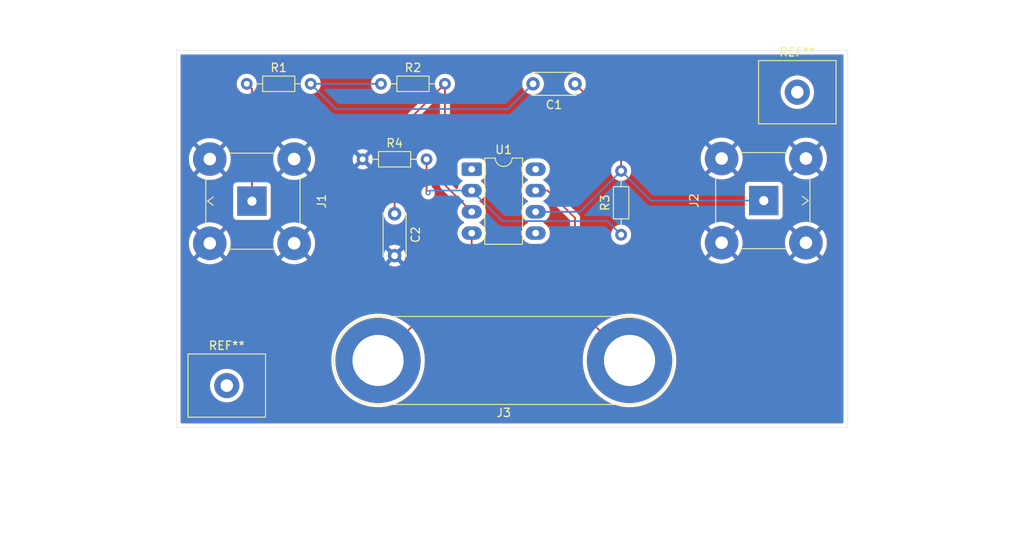
<source format=kicad_pcb>
(kicad_pcb (version 20241229) (generator "pcbnew") (generator_version "9.0")
  (layers (0 "F.Cu" signal) (2 "B.Cu" signal) (13 "F.Paste" user) (15 "B.Paste" user) (5 "F.SilkS" user "F.Silkscreen") (7 "B.SilkS" user "B.Silkscreen") (1 "F.Mask" user) (3 "B.Mask" user) (25 "Edge.Cuts" user))
  (net 0 "")
  (net 1 "Net-(C1-Pad2)")
  (net 2 "Net-(J2-In)")
  (net 3 "Net-(U1-+)")
  (net 4 "GND")
  (net 5 "Net-(J1-In)")
  (net 6 "Net-(U1--)")
  (net 8 "-10V")
  (net 10 "+10V")
  (footprint "Resistor_THT:R_Axial_DIN0204_L3.6mm_D1.6mm_P7.62mm_Horizontal" (layer "F.Cu") (at 132.19 88)
    (property "Reference" "R4" (at 3.81 -1.92 0) (layer "F.SilkS"))
    (property "Value" "R")
    (fp_line (start 0.94 0) (end 1.89 0) (stroke (width 0.12)) (layer "F.SilkS"))
    (fp_line (start 6.68 0) (end 5.73 0) (stroke (width 0.12)) (layer "F.SilkS"))
    (fp_rect (start 1.89 -0.92) (end 5.73 0.92) (stroke (width 0.12)) (fill no) (layer "F.SilkS"))
    (pad "1" thru_hole circle (at 0 0) (size 1.4 1.4) (drill 0.7) (layers "*.Cu" "*.Mask") (net 4 "GND"))
    (pad "2" thru_hole circle (at 7.62 0) (size 1.4 1.4) (drill 0.7) (layers "*.Cu" "*.Mask") (net 6 "Net-(U1--)"))
  )
  (footprint "Resistor_THT:R_Axial_DIN0204_L3.6mm_D1.6mm_P7.62mm_Horizontal" (layer "F.Cu") (at 118.38 79)
    (property "Reference" "R1" (at 3.81 -1.92 0) (layer "F.SilkS"))
    (property "Value" "R")
    (fp_line (start 0.94 0) (end 1.89 0) (stroke (width 0.12)) (layer "F.SilkS"))
    (fp_line (start 6.68 0) (end 5.73 0) (stroke (width 0.12)) (layer "F.SilkS"))
    (fp_rect (start 1.89 -0.92) (end 5.73 0.92) (stroke (width 0.12)) (fill no) (layer "F.SilkS"))
    (pad "1" thru_hole circle (at 0 0) (size 1.4 1.4) (drill 0.7) (layers "*.Cu" "*.Mask") (net 5 "Net-(J1-In)"))
    (pad "2" thru_hole circle (at 7.62 0) (size 1.4 1.4) (drill 0.7) (layers "*.Cu" "*.Mask") (net 1 "Net-(C1-Pad2)"))
  )
  (footprint "Connector_Coaxial:BNC_TEConnectivity_1478035_Horizontal" (layer "F.Cu") (at 180 92.935 -90)
    (property "Reference" "J2" (at 0 8.3 90) (layer "F.SilkS"))
    (property "Value" "Conn_Coaxial")
    (fp_line (start -2.825 5.73) (end 2.825 5.73) (stroke (width 0.12)) (layer "F.SilkS"))
    (fp_line (start 5.73 2.825) (end 5.73 -2.825) (stroke (width 0.12)) (layer "F.SilkS"))
    (fp_line (start -5.73 -2.825) (end -5.73 2.825) (stroke (width 0.12)) (layer "F.SilkS"))
    (fp_line (start 0 -5.3) (end -0.5 -4.6) (stroke (width 0.12)) (layer "F.SilkS"))
    (fp_line (start 0 -5.3) (end 0.5 -4.6) (stroke (width 0.12)) (layer "F.SilkS"))
    (fp_line (start 2.825 -5.5) (end -2.825 -5.5) (stroke (width 0.12)) (layer "F.SilkS"))
    (pad "1" thru_hole rect (at 0 0 270) (size 3.5 3.5) (drill 1.1) (layers "*.Cu" "*.Mask") (net 2 "Net-(J2-In)"))
    (pad "2" thru_hole circle (at -5.025 -5.025 270) (size 4 4) (drill 1.5) (layers "*.Cu" "*.Mask") (net 4 "GND"))
    (pad "2" thru_hole circle (at -5.025 5.025 270) (size 4 4) (drill 1.5) (layers "*.Cu" "*.Mask") (net 4 "GND"))
    (pad "2" thru_hole circle (at 5.025 -5.025 270) (size 4 4) (drill 1.5) (layers "*.Cu" "*.Mask") (net 4 "GND"))
    (pad "2" thru_hole circle (at 5.025 5.025 270) (size 4 4) (drill 1.5) (layers "*.Cu" "*.Mask") (net 4 "GND"))
  )
  (footprint "TerminalBlock_MetzConnect:TerminalBlock_MetzConnect_360271_1x01_Horizontal_ScrewM3.0_Boxed" (layer "F.Cu") (at 116 115)
    (property "Reference" "REF**" (at 0 -4.77 0) (layer "F.SilkS"))
    (property "Value" "TerminalBlock_MetzConnect_360271_1x01_Horizontal_ScrewM3.0_Boxed")
    (fp_line (start -4.62 -3.77) (end -4.62 3.77) (stroke (width 0.12)) (layer "F.SilkS"))
    (fp_line (start -4.62 -3.77) (end 4.62 -3.77) (stroke (width 0.12)) (layer "F.SilkS"))
    (fp_line (start -4.62 3.77) (end 4.62 3.77) (stroke (width 0.12)) (layer "F.SilkS"))
    (fp_line (start 4.62 -3.77) (end 4.62 3.77) (stroke (width 0.12)) (layer "F.SilkS"))
    (pad "1" thru_hole circle (at 0 0) (size 3 3) (drill 1.5) (layers "*.Cu" "*.Mask"))
  )
  (footprint "Resistor_THT:R_Axial_DIN0204_L3.6mm_D1.6mm_P7.62mm_Horizontal" (layer "F.Cu") (at 134.38 79)
    (property "Reference" "R2" (at 3.81 -1.92 0) (layer "F.SilkS"))
    (property "Value" "R")
    (fp_line (start 0.94 0) (end 1.89 0) (stroke (width 0.12)) (layer "F.SilkS"))
    (fp_line (start 6.68 0) (end 5.73 0) (stroke (width 0.12)) (layer "F.SilkS"))
    (fp_rect (start 1.89 -0.92) (end 5.73 0.92) (stroke (width 0.12)) (fill no) (layer "F.SilkS"))
    (pad "1" thru_hole circle (at 0 0) (size 1.4 1.4) (drill 0.7) (layers "*.Cu" "*.Mask") (net 1 "Net-(C1-Pad2)"))
    (pad "2" thru_hole circle (at 7.62 0) (size 1.4 1.4) (drill 0.7) (layers "*.Cu" "*.Mask") (net 3 "Net-(U1-+)"))
  )
  (footprint "Capacitor_THT:C_Disc_D5.0mm_W2.5mm_P5.00mm" (layer "F.Cu") (at 136 94.5 -90)
    (property "Reference" "C2" (at 2.5 -2.5 90) (layer "F.SilkS"))
    (property "Value" "C")
    (fp_line (start -0.12 1.37) (end 5.12 1.37) (stroke (width 0.12)) (layer "F.SilkS"))
    (fp_line (start -0.12 1.033) (end -0.12 1.37) (stroke (width 0.12)) (layer "F.SilkS"))
    (fp_line (start 5.12 1.033) (end 5.12 1.37) (stroke (width 0.12)) (layer "F.SilkS"))
    (fp_line (start -0.12 -1.37) (end -0.12 -1.033) (stroke (width 0.12)) (layer "F.SilkS"))
    (fp_line (start -0.12 -1.37) (end 5.12 -1.37) (stroke (width 0.12)) (layer "F.SilkS"))
    (fp_line (start 5.12 -1.37) (end 5.12 -1.033) (stroke (width 0.12)) (layer "F.SilkS"))
    (pad "1" thru_hole circle (at 0 0 270) (size 1.6 1.6) (drill 0.8) (layers "*.Cu" "*.Mask") (net 3 "Net-(U1-+)"))
    (pad "2" thru_hole circle (at 5 0 270) (size 1.6 1.6) (drill 0.8) (layers "*.Cu" "*.Mask") (net 4 "GND"))
  )
  (footprint "TerminalBlock_MetzConnect:TerminalBlock_MetzConnect_360271_1x01_Horizontal_ScrewM3.0_Boxed" (layer "F.Cu") (at 184 80)
    (property "Reference" "REF**" (at 0 -4.77 0) (layer "F.SilkS"))
    (property "Value" "TerminalBlock_MetzConnect_360271_1x01_Horizontal_ScrewM3.0_Boxed")
    (fp_line (start -4.62 -3.77) (end -4.62 3.77) (stroke (width 0.12)) (layer "F.SilkS"))
    (fp_line (start -4.62 -3.77) (end 4.62 -3.77) (stroke (width 0.12)) (layer "F.SilkS"))
    (fp_line (start -4.62 3.77) (end 4.62 3.77) (stroke (width 0.12)) (layer "F.SilkS"))
    (fp_line (start 4.62 -3.77) (end 4.62 3.77) (stroke (width 0.12)) (layer "F.SilkS"))
    (pad "1" thru_hole circle (at 0 0) (size 3 3) (drill 1.5) (layers "*.Cu" "*.Mask"))
  )
  (footprint "Resistor_THT:R_Axial_DIN0204_L3.6mm_D1.6mm_P7.62mm_Horizontal" (layer "F.Cu") (at 163 97 90)
    (property "Reference" "R3" (at 3.81 -1.92 90) (layer "F.SilkS"))
    (property "Value" "R")
    (fp_line (start 6.68 0) (end 5.73 0) (stroke (width 0.12)) (layer "F.SilkS"))
    (fp_line (start 0.94 0) (end 1.89 0) (stroke (width 0.12)) (layer "F.SilkS"))
    (fp_rect (start 1.89 -0.92) (end 5.73 0.92) (stroke (width 0.12)) (fill no) (layer "F.SilkS"))
    (pad "1" thru_hole circle (at 0 0 90) (size 1.4 1.4) (drill 0.7) (layers "*.Cu" "*.Mask") (net 6 "Net-(U1--)"))
    (pad "2" thru_hole circle (at 7.62 0 90) (size 1.4 1.4) (drill 0.7) (layers "*.Cu" "*.Mask") (net 2 "Net-(J2-In)"))
  )
  (footprint "Capacitor_THT:C_Disc_D5.0mm_W2.5mm_P5.00mm" (layer "F.Cu") (at 157.5 79 180)
    (property "Reference" "C1" (at 2.5 -2.5 0) (layer "F.SilkS"))
    (property "Value" "C")
    (fp_line (start 5.12 1.033) (end 5.12 1.37) (stroke (width 0.12)) (layer "F.SilkS"))
    (fp_line (start 5.12 -1.37) (end 5.12 -1.033) (stroke (width 0.12)) (layer "F.SilkS"))
    (fp_line (start -0.12 1.37) (end 5.12 1.37) (stroke (width 0.12)) (layer "F.SilkS"))
    (fp_line (start -0.12 1.033) (end -0.12 1.37) (stroke (width 0.12)) (layer "F.SilkS"))
    (fp_line (start -0.12 -1.37) (end 5.12 -1.37) (stroke (width 0.12)) (layer "F.SilkS"))
    (fp_line (start -0.12 -1.37) (end -0.12 -1.033) (stroke (width 0.12)) (layer "F.SilkS"))
    (pad "1" thru_hole circle (at 0 0 180) (size 1.6 1.6) (drill 0.8) (layers "*.Cu" "*.Mask") (net 2 "Net-(J2-In)"))
    (pad "2" thru_hole circle (at 5 0 180) (size 1.6 1.6) (drill 0.8) (layers "*.Cu" "*.Mask") (net 1 "Net-(C1-Pad2)"))
  )
  (footprint "Connector:Banana_Jack_2Pin" (layer "F.Cu") (at 164 112 180)
    (property "Reference" "J3" (at 14.985 -6.24 0) (layer "F.SilkS"))
    (property "Value" "Conn_01x02_Pin")
    (fp_line (start 30 -5.25) (end 0 -5.25) (stroke (width 0.12)) (layer "F.SilkS"))
    (fp_line (start 0 5.25) (end 30 5.25) (stroke (width 0.12)) (layer "F.SilkS"))
    (fp_arc (start 30 -5.25) (mid 35.25 0) (end 30 5.25) (stroke (width 0.12)) (layer "F.SilkS"))
    (fp_arc (start 0 5.25) (mid -5.25 0) (end 0 -5.25) (stroke (width 0.12)) (layer "F.SilkS"))
    (pad "1" thru_hole circle (at 0 0 180) (size 10.16 10.16) (drill 6.1) (layers "*.Cu" "*.Mask") (net 10 "+10V"))
    (pad "2" thru_hole circle (at 29.97 0 180) (size 10.16 10.16) (drill 6.1) (layers "*.Cu" "*.Mask") (net 8 "-10V"))
  )
  (footprint "Connector_Coaxial:BNC_TEConnectivity_1478035_Horizontal" (layer "F.Cu") (at 119 93 90)
    (property "Reference" "J1" (at 0 8.3 90) (layer "F.SilkS"))
    (property "Value" "Conn_Coaxial")
    (fp_line (start 2.825 -5.5) (end -2.825 -5.5) (stroke (width 0.12)) (layer "F.SilkS"))
    (fp_line (start 0 -5.3) (end 0.5 -4.6) (stroke (width 0.12)) (layer "F.SilkS"))
    (fp_line (start 0 -5.3) (end -0.5 -4.6) (stroke (width 0.12)) (layer "F.SilkS"))
    (fp_line (start -5.73 -2.825) (end -5.73 2.825) (stroke (width 0.12)) (layer "F.SilkS"))
    (fp_line (start 5.73 2.825) (end 5.73 -2.825) (stroke (width 0.12)) (layer "F.SilkS"))
    (fp_line (start -2.825 5.73) (end 2.825 5.73) (stroke (width 0.12)) (layer "F.SilkS"))
    (pad "1" thru_hole rect (at 0 0 90) (size 3.5 3.5) (drill 1.1) (layers "*.Cu" "*.Mask") (net 5 "Net-(J1-In)"))
    (pad "2" thru_hole circle (at -5.025 -5.025 90) (size 4 4) (drill 1.5) (layers "*.Cu" "*.Mask") (net 4 "GND"))
    (pad "2" thru_hole circle (at -5.025 5.025 90) (size 4 4) (drill 1.5) (layers "*.Cu" "*.Mask") (net 4 "GND"))
    (pad "2" thru_hole circle (at 5.025 -5.025 90) (size 4 4) (drill 1.5) (layers "*.Cu" "*.Mask") (net 4 "GND"))
    (pad "2" thru_hole circle (at 5.025 5.025 90) (size 4 4) (drill 1.5) (layers "*.Cu" "*.Mask") (net 4 "GND"))
  )
  (footprint "Package_DIP:DIP-8_W7.62mm_LongPads" (layer "F.Cu") (at 145.19 89.19)
    (property "Reference" "U1" (at 3.81 -2.33 0) (layer "F.SilkS"))
    (property "Value" "LM741")
    (fp_line (start 1.56 -1.33) (end 1.56 8.95) (stroke (width 0.12)) (layer "F.SilkS"))
    (fp_line (start 1.56 8.95) (end 6.06 8.95) (stroke (width 0.12)) (layer "F.SilkS"))
    (fp_line (start 2.81 -1.33) (end 1.56 -1.33) (stroke (width 0.12)) (layer "F.SilkS"))
    (fp_line (start 6.06 -1.33) (end 4.81 -1.33) (stroke (width 0.12)) (layer "F.SilkS"))
    (fp_line (start 6.06 8.95) (end 6.06 -1.33) (stroke (width 0.12)) (layer "F.SilkS"))
    (fp_arc (start 4.81 -1.33) (mid 3.81 -0.33) (end 2.81 -1.33) (stroke (width 0.12)) (layer "F.SilkS"))
    (pad "1" thru_hole roundrect (at 0 0) (size 2.4 1.6) (drill 0.8) (layers "*.Cu" "*.Mask") (roundrect_rratio 0.15625))
    (pad "2" thru_hole oval (at 0 2.54) (size 2.4 1.6) (drill 0.8) (layers "*.Cu" "*.Mask") (net 6 "Net-(U1--)"))
    (pad "3" thru_hole oval (at 0 5.08) (size 2.4 1.6) (drill 0.8) (layers "*.Cu" "*.Mask") (net 3 "Net-(U1-+)"))
    (pad "4" thru_hole oval (at 0 7.62) (size 2.4 1.6) (drill 0.8) (layers "*.Cu" "*.Mask") (net 8 "-10V"))
    (pad "5" thru_hole oval (at 7.62 7.62) (size 2.4 1.6) (drill 0.8) (layers "*.Cu" "*.Mask"))
    (pad "6" thru_hole oval (at 7.62 5.08) (size 2.4 1.6) (drill 0.8) (layers "*.Cu" "*.Mask") (net 2 "Net-(J2-In)"))
    (pad "7" thru_hole oval (at 7.62 2.54) (size 2.4 1.6) (drill 0.8) (layers "*.Cu" "*.Mask") (net 10 "+10V"))
    (pad "8" thru_hole oval (at 7.62 0) (size 2.4 1.6) (drill 0.8) (layers "*.Cu" "*.Mask"))
  )
  (gr_line (start 190 75) (end 190 120) (stroke (width 0.05)) (layer "Edge.Cuts"))
  (gr_line (start 190 120) (end 110 120) (stroke (width 0.05)) (layer "Edge.Cuts"))
  (gr_line (start 110 75) (end 190 75) (stroke (width 0.05)) (layer "Edge.Cuts"))
  (gr_line (start 110 120) (end 110 75) (stroke (width 0.05)) (layer "Edge.Cuts"))
  (gr_text "Active Low Pass Filter with LM741" (at 165 104 0) (layer "F.Cu") (effects (font (size 1.5 1.5) (thickness 0.3) (bold yes)) (justify bottom)))
  (segment (start 126 79) (end 129 82) (width 0.2) (layer "B.Cu") (net 1))
  (segment (start 149.5 82) (end 152.5 79) (width 0.2) (layer "B.Cu") (net 1))
  (segment (start 126 79) (end 134.38 79) (width 0.2) (layer "B.Cu") (net 1))
  (segment (start 129 82) (end 149.5 82) (width 0.2) (layer "B.Cu") (net 1))
  (segment (start 163 84.5) (end 157.5 79) (width 0.2) (layer "F.Cu") (net 2))
  (segment (start 163 89.38) (end 163 84.5) (width 0.2) (layer "F.Cu") (net 2))
  (segment (start 166.555 92.935) (end 180 92.935) (width 0.2) (layer "B.Cu") (net 2))
  (segment (start 152.81 94.27) (end 158.11 94.27) (width 0.2) (layer "B.Cu") (net 2))
  (segment (start 158.11 94.27) (end 163 89.38) (width 0.2) (layer "B.Cu") (net 2))
  (segment (start 163 89.38) (end 166.555 92.935) (width 0.2) (layer "B.Cu") (net 2))
  (segment (start 142 91.08) (end 142 79) (width 0.2) (layer "F.Cu") (net 3))
  (segment (start 145.19 94.27) (end 142 91.08) (width 0.2) (layer "F.Cu") (net 3))
  (segment (start 136 94.5) (end 136 85) (width 0.2) (layer "F.Cu") (net 3))
  (segment (start 136 85) (end 142 79) (width 0.2) (layer "F.Cu") (net 3))
  (segment (start 119 93) (end 119 79.62) (width 0.2) (layer "F.Cu") (net 5))
  (segment (start 119 79.62) (end 118.38 79) (width 0.2) (layer "F.Cu") (net 5))
  (segment (start 139.81 91.81) (end 140 92) (width 0.2) (layer "F.Cu") (net 6))
  (segment (start 139.81 88) (end 139.81 91.81) (width 0.2) (layer "F.Cu") (net 6))
  (via (at 140 92) (size 0.6) (drill 0.3) (layers "F.Cu" "B.Cu") (net 6))
  (segment (start 145.19 91.73) (end 140.27 91.73) (width 0.2) (layer "B.Cu") (net 6))
  (segment (start 161.371 95.371) (end 163 97) (width 0.2) (layer "B.Cu") (net 6))
  (segment (start 145.19 91.73) (end 148.831 95.371) (width 0.2) (layer "B.Cu") (net 6))
  (segment (start 148.831 95.371) (end 161.371 95.371) (width 0.2) (layer "B.Cu") (net 6))
  (segment (start 140.27 91.73) (end 140 92) (width 0.2) (layer "B.Cu") (net 6))
  (segment (start 145.19 100.84) (end 134.03 112) (width 0.2) (layer "F.Cu") (net 8))
  (segment (start 145.19 96.81) (end 145.19 100.84) (width 0.2) (layer "F.Cu") (net 8))
  (segment (start 157.5 95) (end 154.23 91.73) (width 0.2) (layer "F.Cu") (net 10))
  (segment (start 164 112) (end 157.5 105.5) (width 0.2) (layer "F.Cu") (net 10))
  (segment (start 157.5 105.5) (end 157.5 95) (width 0.2) (layer "F.Cu") (net 10))
  (segment (start 154.23 91.73) (end 152.81 91.73) (width 0.2) (layer "F.Cu") (net 10))
  (zone (net 4) (net_name "GND") (layers "F.Cu" "B.Cu") (connect_pads (clearance 0.5)) (min_thickness 0.25) (fill yes (thermal_gap 0.5) (thermal_bridge_width 0.5))
    (polygon (pts (xy 100 69) (xy 203 69) (xy 204 134) (xy 99 134)))
  )
)
</source>
